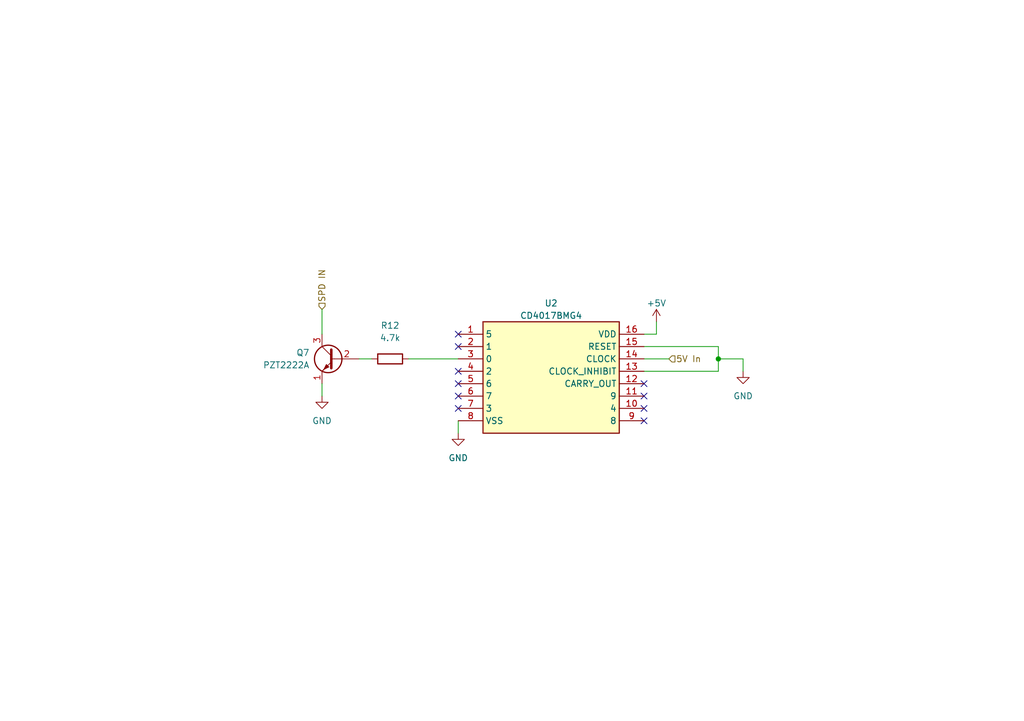
<source format=kicad_sch>
(kicad_sch (version 20230121) (generator eeschema)
  (paper "A5")
  (lib_symbols
    (symbol "+5V_1" (power) (pin_names (offset 0))
      (property "Value" "+5V_1" (at 0 3.556 0))
      (symbol "+5V_1_0_1"
        (polyline (pts (xy -0.762 1.27) (xy 0 2.54)))
        (polyline (pts (xy 0 0) (xy 0 2.54)))
        (polyline (pts (xy 0 2.54) (xy 0.762 1.27)))
      )
      (symbol "+5V_1_1_1"
        (pin power_in line (at 0 0 90) (length 0) hide (name "+5V") (number "1"))
      )
    )
    (symbol "Device:R" (pin_numbers hide) (pin_names (offset 0))
      (property "Reference" "R" (at 2.032 0 90))
      (property "Value" "R" (at 0 0 90))
      (symbol "R_0_1"
        (rectangle (start -1.016 -2.54) (end 1.016 2.54) (stroke (width 0.254)))
      )
      (symbol "R_1_1"
        (pin passive line (at 0 3.81 270) (length 1.27) (name "~") (number "1"))
        (pin passive line (at 0 -3.81 90) (length 1.27) (name "~") (number "2"))
      )
    )
    (symbol "GND_1" (power) (pin_names (offset 0))
      (property "Value" "GND_1" (at 0 -3.81 0))
      (symbol "GND_1_0_1"
        (polyline (pts (xy 0 0) (xy 0 -1.27) (xy 1.27 -1.27) (xy 0 -2.54) (xy -1.27 -1.27) (xy 0 -1.27)))
      )
      (symbol "GND_1_1_1"
        (pin power_in line (at 0 0 270) (length 0) hide (name "GND") (number "1"))
      )
    )
    (symbol "GND_2" (power) (pin_names (offset 0))
      (property "Value" "GND_2" (at 0 -3.81 0))
      (symbol "GND_2_0_1"
        (polyline (pts (xy 0 0) (xy 0 -1.27) (xy 1.27 -1.27) (xy 0 -2.54) (xy -1.27 -1.27) (xy 0 -1.27)))
      )
      (symbol "GND_2_1_1"
        (pin power_in line (at 0 0 270) (length 0) hide (name "GND") (number "1"))
      )
    )
    (symbol "SamacSys_Parts:CD4017BMG4"
      (property "Reference" "IC" (at 34.29 7.62 0))
      (property "Value" "CD4017BMG4" (at 34.29 5.08 0))
      (symbol "CD4017BMG4_1_1"
        (rectangle (start 5.08 2.54) (end 33.02 -20.32) (stroke (width 0.254)) (fill (type background)))
        (pin passive line (at 0 0 0) (length 5.08) (name "5") (number "1"))
        (pin passive line (at 38.1 -15.24 180) (length 5.08) (name "4") (number "10"))
        (pin passive line (at 38.1 -12.7 180) (length 5.08) (name "9") (number "11"))
        (pin passive line (at 38.1 -10.16 180) (length 5.08) (name "CARRY_OUT") (number "12"))
        (pin passive line (at 38.1 -7.62 180) (length 5.08) (name "CLOCK_INHIBIT") (number "13"))
        (pin passive line (at 38.1 -5.08 180) (length 5.08) (name "CLOCK") (number "14"))
        (pin passive line (at 38.1 -2.54 180) (length 5.08) (name "RESET") (number "15"))
        (pin passive line (at 38.1 0 180) (length 5.08) (name "VDD") (number "16"))
        (pin passive line (at 0 -2.54 0) (length 5.08) (name "1") (number "2"))
        (pin passive line (at 0 -5.08 0) (length 5.08) (name "0") (number "3"))
        (pin passive line (at 0 -7.62 0) (length 5.08) (name "2") (number "4"))
        (pin passive line (at 0 -10.16 0) (length 5.08) (name "6") (number "5"))
        (pin passive line (at 0 -12.7 0) (length 5.08) (name "7") (number "6"))
        (pin passive line (at 0 -15.24 0) (length 5.08) (name "3") (number "7"))
        (pin passive line (at 0 -17.78 0) (length 5.08) (name "VSS") (number "8"))
        (pin passive line (at 38.1 -17.78 180) (length 5.08) (name "8") (number "9"))
      )
    )
    (symbol "Transistor_BJT:PN2222A" (pin_names (offset 0) hide)
      (property "Reference" "Q" (at 5.08 1.905 0))
      (property "Value" "PN2222A" (at 5.08 0 0))
      (symbol "PN2222A_0_1"
        (polyline (pts (xy 0 0) (xy 0.635 0)))
        (polyline (pts (xy 2.54 -2.54) (xy 0.635 -0.635)))
        (polyline (pts (xy 2.54 2.54) (xy 0.635 0.635)))
        (polyline (pts (xy 0.635 1.905) (xy 0.635 -1.905) (xy 0.635 -1.905)) (stroke (width 0.508)))
        (polyline (pts (xy 2.413 -2.413) (xy 1.905 -1.905) (xy 1.905 -1.905)))
        (polyline (pts (xy 1.143 -1.651) (xy 1.651 -1.143) (xy 2.159 -2.159) (xy 1.143 -1.651) (xy 1.143 -1.651)) (fill (type outline)))
        (circle (center 1.27 0) (radius 2.8194) (stroke (width 0.254)))
      )
      (symbol "PN2222A_1_1"
        (pin passive line (at 2.54 -5.08 90) (length 2.54) (name "E") (number "1"))
        (pin input line (at -5.08 0 0) (length 5.08) (name "B") (number "2"))
        (pin passive line (at 2.54 5.08 270) (length 2.54) (name "C") (number "3"))
      )
    )
    (symbol "power:GND" (power) (pin_names (offset 0))
      (property "Value" "GND" (at 0 -3.81 0))
      (symbol "GND_0_1"
        (polyline (pts (xy 0 0) (xy 0 -1.27) (xy 1.27 -1.27) (xy 0 -2.54) (xy -1.27 -1.27) (xy 0 -1.27)))
      )
      (symbol "GND_1_1"
        (pin power_in line (at 0 0 270) (length 0) hide (name "GND") (number "1"))
      )
    )
  )
  (junction (at 147.32 73.66))
  (no_connect (at 132.08 83.82))
  (no_connect (at 93.98 76.2))
  (no_connect (at 132.08 81.28))
  (no_connect (at 132.08 86.36))
  (no_connect (at 93.98 81.28))
  (no_connect (at 93.98 68.58))
  (no_connect (at 132.08 78.74))
  (no_connect (at 93.98 78.74))
  (no_connect (at 93.98 83.82))
  (no_connect (at 93.98 71.12))
  (wire (pts (xy 66.04 78.74) (xy 66.04 81.28)))
  (wire (pts (xy 132.08 76.2) (xy 147.32 76.2)))
  (wire (pts (xy 147.32 73.66) (xy 152.4 73.66)))
  (wire (pts (xy 132.08 73.66) (xy 137.16 73.66)))
  (wire (pts (xy 152.4 73.66) (xy 152.4 76.2)))
  (wire (pts (xy 132.08 71.12) (xy 147.32 71.12)))
  (wire (pts (xy 132.08 68.58) (xy 134.62 68.58)))
  (wire (pts (xy 93.98 86.36) (xy 93.98 88.9)))
  (wire (pts (xy 66.04 63.5) (xy 66.04 68.58)))
  (wire (pts (xy 76.2 73.66) (xy 73.66 73.66)))
  (wire (pts (xy 147.32 71.12) (xy 147.32 73.66)))
  (wire (pts (xy 134.62 66.04) (xy 134.62 68.58)))
  (wire (pts (xy 147.32 73.66) (xy 147.32 76.2)))
  (wire (pts (xy 83.82 73.66) (xy 93.98 73.66)))
  (hierarchical_label "5V In" (shape input) (at 137.16 73.66 0))
  (hierarchical_label "SPD IN" (shape input) (at 66.04 63.5 90))
  (symbol (lib_id "power:GND") (at 66.04 81.28 0) (mirror y) (unit 1)
    (property "Reference" "#PWR0125" (effects hide))
    (property "Value" "GND" (at 66.04 86.36 0))
  )
  (symbol (lib_name "GND_2") (lib_id "power:GND") (at 152.4 76.2 0) (unit 1)
    (property "Reference" "#PWR03" (effects hide))
    (property "Value" "GND" (at 152.4 81.28 0))
  )
  (symbol (lib_id "Transistor_BJT:PN2222A") (at 68.58 73.66 0) (mirror y) (unit 1)
    (property "Reference" "Q7" (at 63.5 72.3899 0) (effects (justify left)))
    (property "Value" "PZT2222A" (at 63.5 74.9299 0) (effects (justify left)))
    (property "Footprint" "Package_TO_SOT_SMD:SOT-223" (effects hide))
    (property "Datasheet" "https://www.onsemi.com/pub/Collateral/PN2222-D.PDF" (effects hide))
  )
  (symbol (lib_id "Device:R") (at 80.01 73.66 270) (mirror x) (unit 1)
    (property "Reference" "R12" (at 80.01 66.802 90))
    (property "Value" "4.7k" (at 80.01 69.342 90))
    (property "Footprint" "Resistor_SMD:R_0805_2012Metric_Pad1.20x1.40mm_HandSolder" (effects hide))
  )
  (symbol (lib_name "GND_1") (lib_id "power:GND") (at 93.98 88.9 0) (unit 1)
    (property "Reference" "#PWR01" (effects hide))
    (property "Value" "GND" (at 93.98 93.98 0))
  )
  (symbol (lib_id "SamacSys_Parts:CD4017BMG4") (at 93.98 68.58 0) (unit 1)
    (property "Reference" "U2" (at 113.03 62.23 0))
    (property "Value" "CD4017BMG4" (at 113.03 64.77 0))
    (property "Footprint" "SOIC127P600X175-16N" (effects hide))
    (property "Datasheet" "https://www.ti.com/general/docs/suppproductinfo.tsp?distId=10&gotoUrl=https%3A%2F%2Fwww.ti.com%2Flit%2Fgpn%2Fcd4017b" (effects hide))
    (property "Height" "1.75" (effects hide))
    (property "Mouser Part Number" "595-CD4017BMG4" (effects hide))
    (property "Mouser Price/Stock" "https://www.mouser.co.uk/ProductDetail/Texas-Instruments/CD4017BMG4?qs=R%252BdApFK7ZT2%252BYVBmIAbEig%3D%3D" (effects hide))
    (property "Manufacturer_Name" "Texas Instruments" (effects hide))
    (property "Manufacturer_Part_Number" "CD4017BMG4" (effects hide))
  )
  (symbol (lib_name "+5V_1") (lib_id "power:+5V") (at 134.62 66.04 0) (unit 1)
    (property "Reference" "#PWR02" (effects hide))
    (property "Value" "+5V" (at 134.62 62.23 0))
  )
)
</source>
